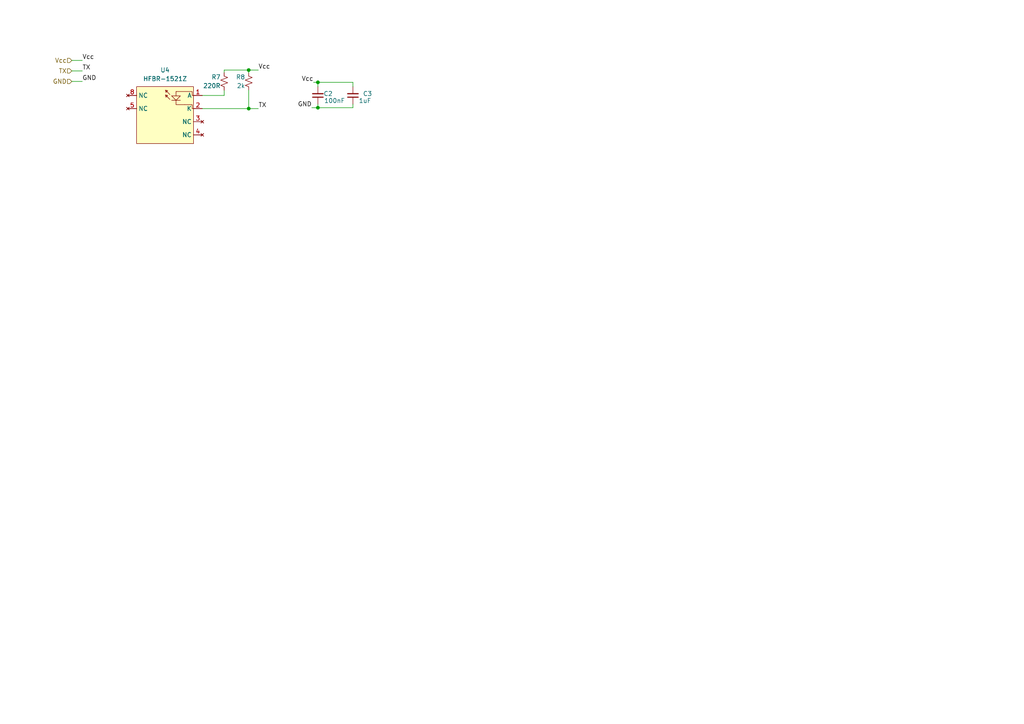
<source format=kicad_sch>
(kicad_sch (version 20211123) (generator eeschema)
  (paper "A4")
  (lib_symbols
    (symbol "CL_Fiber_Optic:HFBR-1521Z"
      (property "Reference" "U" (at -10.16 -10.16 0))
      (property "Value" "HFBR-1521Z" (at -5.08 8.89 0))
      (symbol "HFBR-1521Z_0_0"
        (rectangle (start -11.43 7.62) (end 5.08 -8.89) (fill (type background)))
      )
      (symbol "HFBR-1521Z_0_1"
        (polyline (pts (xy -3.048 5.207) (xy -1.778 3.937)))
        (polyline (pts (xy -3.048 6.604) (xy -1.778 5.334)))
        (polyline (pts (xy -1.27 3.683) (xy 1.27 3.683)))
        (polyline (pts (xy 0 3.683) (xy 0 2.413) (xy 2.54 2.413)))
        (polyline (pts (xy 0.127 6.223) (xy 0 6.223) (xy 0 4.953)))
        (polyline (pts (xy -3.048 5.207) (xy -2.921 4.572) (xy -2.413 5.08) (xy -3.048 5.207)))
        (polyline (pts (xy -3.048 6.604) (xy -2.921 5.969) (xy -2.413 6.477) (xy -3.048 6.604)))
        (polyline (pts (xy -1.27 4.953) (xy 1.27 4.953) (xy 0 3.683) (xy -1.27 4.953)))
        (polyline (pts (xy 0.127 6.223) (xy 2.54 6.223) (xy 4.699 6.223) (xy 4.699 5.08) (xy 5.08 5.08)))
        (polyline (pts (xy 2.54 2.413) (xy 2.54 2.413) (xy 4.699 2.413) (xy 4.699 1.27) (xy 5.08 1.27)))
      )
      (symbol "HFBR-1521Z_1_1"
        (pin passive line (at 7.62 5.08 180) (length 2.54) (name "A") (number "1"))
        (pin passive line (at 7.62 1.27 180) (length 2.54) (name "K") (number "2"))
        (pin no_connect line (at 7.62 -2.54 180) (length 2.54) (name "NC") (number "3"))
        (pin no_connect line (at 7.62 -6.35 180) (length 2.54) (name "NC") (number "4"))
        (pin no_connect line (at -13.97 1.27 0) (length 2.54) (name "NC") (number "5"))
        (pin no_connect line (at -13.97 5.08 0) (length 2.54) (name "NC") (number "8"))
      )
    )
    (symbol "Device:C_Small" (pin_numbers hide) (pin_names (offset 0.254) hide)
      (property "Reference" "C" (at 0.254 1.778 0))
      (property "Value" "C_Small" (at 0.254 -2.032 0))
      (symbol "C_Small_0_1"
        (polyline (pts (xy -1.524 -0.508) (xy 1.524 -0.508)) (stroke (width 0.3302)))
        (polyline (pts (xy -1.524 0.508) (xy 1.524 0.508)) (stroke (width 0.3048)))
      )
      (symbol "C_Small_1_1"
        (pin passive line (at 0 2.54 270) (length 2.032) (name "~") (number "1"))
        (pin passive line (at 0 -2.54 90) (length 2.032) (name "~") (number "2"))
      )
    )
    (symbol "Device:R_Small_US" (pin_numbers hide) (pin_names (offset 0.254) hide)
      (property "Reference" "R" (at 0.762 0.508 0))
      (property "Value" "R_Small_US" (at 0.762 -1.016 0))
      (symbol "R_Small_US_1_1"
        (polyline (pts (xy 0 0) (xy 1.016 -0.381) (xy 0 -0.762) (xy -1.016 -1.143) (xy 0 -1.524)))
        (polyline (pts (xy 0 1.524) (xy 1.016 1.143) (xy 0 0.762) (xy -1.016 0.381) (xy 0 0)))
        (pin passive line (at 0 2.54 270) (length 1.016) (name "~") (number "1"))
        (pin passive line (at 0 -2.54 90) (length 1.016) (name "~") (number "2"))
      )
    )
  )
  (junction (at 72.136 31.496))
  (junction (at 92.202 23.876))
  (junction (at 72.136 20.32))
  (junction (at 92.202 31.242))
  (wire (pts (xy 58.674 27.686) (xy 65.024 27.686)))
  (wire (pts (xy 102.362 30.226) (xy 102.362 31.242)))
  (wire (pts (xy 102.362 25.146) (xy 102.362 23.876)))
  (wire (pts (xy 20.828 23.622) (xy 23.876 23.622)))
  (wire (pts (xy 65.024 21.082) (xy 65.024 20.32)))
  (wire (pts (xy 74.93 31.496) (xy 72.136 31.496)))
  (wire (pts (xy 90.932 23.876) (xy 92.202 23.876)))
  (wire (pts (xy 90.424 31.242) (xy 92.202 31.242)))
  (wire (pts (xy 102.362 31.242) (xy 92.202 31.242)))
  (wire (pts (xy 20.828 17.526) (xy 23.876 17.526)))
  (wire (pts (xy 72.136 26.162) (xy 72.136 31.496)))
  (wire (pts (xy 92.202 23.876) (xy 92.202 25.146)))
  (wire (pts (xy 92.202 31.242) (xy 92.202 30.226)))
  (wire (pts (xy 20.828 20.574) (xy 23.876 20.574)))
  (wire (pts (xy 72.136 20.32) (xy 72.136 21.082)))
  (wire (pts (xy 72.136 20.32) (xy 74.93 20.32)))
  (wire (pts (xy 58.674 31.496) (xy 72.136 31.496)))
  (wire (pts (xy 102.362 23.876) (xy 92.202 23.876)))
  (wire (pts (xy 65.024 20.32) (xy 72.136 20.32)))
  (wire (pts (xy 65.024 27.686) (xy 65.024 26.162)))
  (label "Vcc" (at 23.876 17.526 0))
  (label "Vcc" (at 90.932 23.876 180))
  (label "TX" (at 23.876 20.574 0))
  (label "GND" (at 90.424 31.242 180))
  (label "GND" (at 23.876 23.622 0))
  (label "TX" (at 74.93 31.496 0))
  (label "Vcc" (at 74.93 20.32 0))
  (hierarchical_label "TX" (shape input) (at 20.828 20.574 180))
  (hierarchical_label "GND" (shape input) (at 20.828 23.622 180))
  (hierarchical_label "Vcc" (shape input) (at 20.828 17.526 180))
  (symbol (lib_id "Device:R_Small_US") (at 65.024 23.622 180) (unit 1)
    (property "Reference" "R7" (at 64.008 22.352 0) (effects (justify left)))
    (property "Value" "220R" (at 64.008 24.892 0) (effects (justify left)))
    (property "Footprint" "Resistor_SMD:R_0805_2012Metric_Pad1.20x1.40mm_HandSolder" (effects hide))
  )
  (symbol (lib_id "Device:C_Small") (at 102.362 27.686 0) (mirror x) (unit 1)
    (property "Reference" "C3" (at 107.95 27.178 0) (effects (justify right)))
    (property "Value" "1uF" (at 107.696 29.21 0) (effects (justify right)))
    (property "Footprint" "Capacitor_SMD:C_0805_2012Metric_Pad1.18x1.45mm_HandSolder" (effects hide))
  )
  (symbol (lib_id "Device:C_Small") (at 92.202 27.686 0) (mirror x) (unit 1)
    (property "Reference" "C2" (at 96.52 27.178 0) (effects (justify right)))
    (property "Value" "100nF" (at 100.076 29.21 0) (effects (justify right)))
    (property "Footprint" "Capacitor_SMD:C_0805_2012Metric_Pad1.18x1.45mm_HandSolder" (effects hide))
  )
  (symbol (lib_id "CL_Fiber_Optic:HFBR-1521Z") (at 51.054 32.766 0) (unit 1)
    (property "Reference" "U4" (at 47.879 20.32 0))
    (property "Value" "HFBR-1521Z" (at 47.879 22.86 0))
    (property "Footprint" "CL_Fiber_Optic:HFBR-1521Z" (effects hide))
    (property "Datasheet" "https://docs.broadcom.com/doc/AV02-1501EN" (effects hide))
  )
  (symbol (lib_id "Device:R_Small_US") (at 72.136 23.622 180) (unit 1)
    (property "Reference" "R8" (at 71.12 22.352 0) (effects (justify left)))
    (property "Value" "2k" (at 71.12 24.892 0) (effects (justify left)))
    (property "Footprint" "Resistor_SMD:R_0805_2012Metric_Pad1.20x1.40mm_HandSolder" (effects hide))
  )
)
</source>
